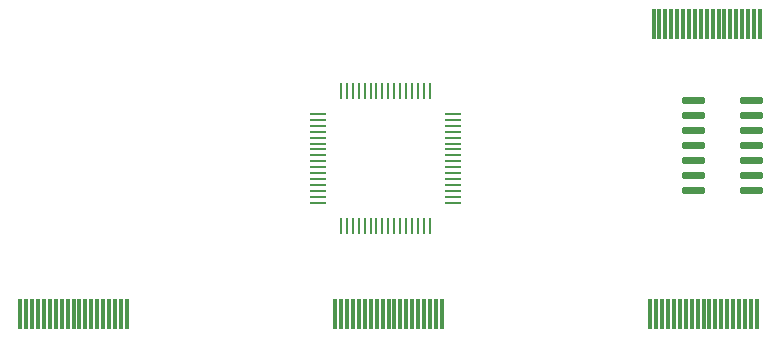
<source format=gtp>
G04 EAGLE Gerber RS-274X export*
G75*
%MOMM*%
%FSLAX34Y34*%
%LPD*%
%INSolderpaste Top*%
%IPPOS*%
%AMOC8*
5,1,8,0,0,1.08239X$1,22.5*%
G01*
%ADD10R,0.300000X2.600000*%
%ADD11R,1.473200X0.279400*%
%ADD12R,0.279400X1.473200*%
%ADD13C,0.300000*%


D10*
X386800Y130700D03*
X476800Y130700D03*
X431800Y130700D03*
X456800Y130700D03*
X406800Y130700D03*
X396800Y130700D03*
X391800Y130700D03*
X401800Y130700D03*
X411800Y130700D03*
X416800Y130700D03*
X421800Y130700D03*
X426800Y130700D03*
X436800Y130700D03*
X441800Y130700D03*
X446800Y130700D03*
X451800Y130700D03*
X461800Y130700D03*
X466800Y130700D03*
X471800Y130700D03*
X479500Y376200D03*
X389500Y376200D03*
X434500Y376200D03*
X409500Y376200D03*
X459500Y376200D03*
X469500Y376200D03*
X474500Y376200D03*
X464500Y376200D03*
X454500Y376200D03*
X449500Y376200D03*
X444500Y376200D03*
X439500Y376200D03*
X429500Y376200D03*
X424500Y376200D03*
X419500Y376200D03*
X414500Y376200D03*
X404500Y376200D03*
X399500Y376200D03*
X394500Y376200D03*
X-146600Y130700D03*
X-56600Y130700D03*
X-101600Y130700D03*
X-76600Y130700D03*
X-126600Y130700D03*
X-136600Y130700D03*
X-141600Y130700D03*
X-131600Y130700D03*
X-121600Y130700D03*
X-116600Y130700D03*
X-111600Y130700D03*
X-106600Y130700D03*
X-96600Y130700D03*
X-91600Y130700D03*
X-86600Y130700D03*
X-81600Y130700D03*
X-71600Y130700D03*
X-66600Y130700D03*
X-61600Y130700D03*
X120100Y130700D03*
X210100Y130700D03*
X165100Y130700D03*
X190100Y130700D03*
X140100Y130700D03*
X130100Y130700D03*
X125100Y130700D03*
X135100Y130700D03*
X145100Y130700D03*
X150100Y130700D03*
X155100Y130700D03*
X160100Y130700D03*
X170100Y130700D03*
X175100Y130700D03*
X180100Y130700D03*
X185100Y130700D03*
X195100Y130700D03*
X200100Y130700D03*
X205100Y130700D03*
D11*
X105250Y299692D03*
X105250Y294612D03*
X105250Y289532D03*
X105250Y284706D03*
X105250Y279626D03*
X105250Y274546D03*
X105250Y269720D03*
X105250Y264640D03*
X105250Y259560D03*
X105250Y254480D03*
X105250Y249654D03*
X105250Y244574D03*
X105250Y239494D03*
X105250Y234668D03*
X105250Y229588D03*
X105250Y224508D03*
D12*
X124808Y204950D03*
X129888Y204950D03*
X134968Y204950D03*
X139794Y204950D03*
X144874Y204950D03*
X149954Y204950D03*
X154780Y204950D03*
X159860Y204950D03*
X164940Y204950D03*
X170020Y204950D03*
X174846Y204950D03*
X179926Y204950D03*
X185006Y204950D03*
X189832Y204950D03*
X194912Y204950D03*
X199992Y204950D03*
D11*
X219550Y224508D03*
X219550Y229588D03*
X219550Y234668D03*
X219550Y239494D03*
X219550Y244574D03*
X219550Y249654D03*
X219550Y254480D03*
X219550Y259560D03*
X219550Y264640D03*
X219550Y269720D03*
X219550Y274546D03*
X219550Y279626D03*
X219550Y284706D03*
X219550Y289532D03*
X219550Y294612D03*
X219550Y299692D03*
D12*
X199992Y319250D03*
X194912Y319250D03*
X189832Y319250D03*
X185006Y319250D03*
X179926Y319250D03*
X174846Y319250D03*
X170020Y319250D03*
X164940Y319250D03*
X159860Y319250D03*
X154780Y319250D03*
X149954Y319250D03*
X144874Y319250D03*
X139794Y319250D03*
X134968Y319250D03*
X129888Y319250D03*
X124808Y319250D03*
D13*
X415350Y309500D02*
X431450Y309500D01*
X415350Y309500D02*
X415350Y312500D01*
X431450Y312500D01*
X431450Y309500D01*
X431450Y312350D02*
X415350Y312350D01*
X415350Y296800D02*
X431450Y296800D01*
X415350Y296800D02*
X415350Y299800D01*
X431450Y299800D01*
X431450Y296800D01*
X431450Y299650D02*
X415350Y299650D01*
X415350Y284100D02*
X431450Y284100D01*
X415350Y284100D02*
X415350Y287100D01*
X431450Y287100D01*
X431450Y284100D01*
X431450Y286950D02*
X415350Y286950D01*
X415350Y271400D02*
X431450Y271400D01*
X415350Y271400D02*
X415350Y274400D01*
X431450Y274400D01*
X431450Y271400D01*
X431450Y274250D02*
X415350Y274250D01*
X415350Y258700D02*
X431450Y258700D01*
X415350Y258700D02*
X415350Y261700D01*
X431450Y261700D01*
X431450Y258700D01*
X431450Y261550D02*
X415350Y261550D01*
X415350Y246000D02*
X431450Y246000D01*
X415350Y246000D02*
X415350Y249000D01*
X431450Y249000D01*
X431450Y246000D01*
X431450Y248850D02*
X415350Y248850D01*
X415350Y233300D02*
X431450Y233300D01*
X415350Y233300D02*
X415350Y236300D01*
X431450Y236300D01*
X431450Y233300D01*
X431450Y236150D02*
X415350Y236150D01*
X464550Y233300D02*
X480650Y233300D01*
X464550Y233300D02*
X464550Y236300D01*
X480650Y236300D01*
X480650Y233300D01*
X480650Y236150D02*
X464550Y236150D01*
X464550Y246000D02*
X480650Y246000D01*
X464550Y246000D02*
X464550Y249000D01*
X480650Y249000D01*
X480650Y246000D01*
X480650Y248850D02*
X464550Y248850D01*
X464550Y258700D02*
X480650Y258700D01*
X464550Y258700D02*
X464550Y261700D01*
X480650Y261700D01*
X480650Y258700D01*
X480650Y261550D02*
X464550Y261550D01*
X464550Y271400D02*
X480650Y271400D01*
X464550Y271400D02*
X464550Y274400D01*
X480650Y274400D01*
X480650Y271400D01*
X480650Y274250D02*
X464550Y274250D01*
X464550Y284100D02*
X480650Y284100D01*
X464550Y284100D02*
X464550Y287100D01*
X480650Y287100D01*
X480650Y284100D01*
X480650Y286950D02*
X464550Y286950D01*
X464550Y296800D02*
X480650Y296800D01*
X464550Y296800D02*
X464550Y299800D01*
X480650Y299800D01*
X480650Y296800D01*
X480650Y299650D02*
X464550Y299650D01*
X464550Y309500D02*
X480650Y309500D01*
X464550Y309500D02*
X464550Y312500D01*
X480650Y312500D01*
X480650Y309500D01*
X480650Y312350D02*
X464550Y312350D01*
M02*

</source>
